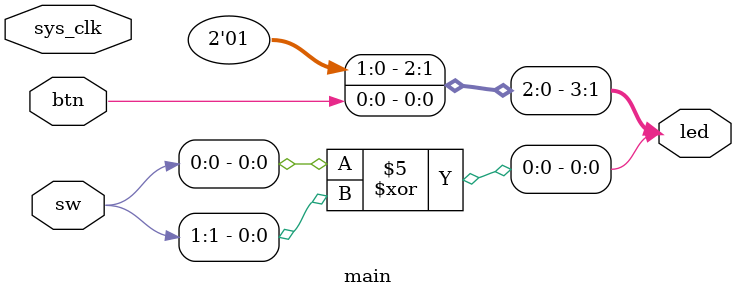
<source format=v>
module main(
	    input 	 sys_clk,
	    input [3:0]  sw,
	    input [3:0]  btn,
	    output [3:0] led
	    );
   
   // reset pulse on startup
   reg [3:0] 	   reset_cnt = 0;
   wire 	   resetn = &reset_cnt;
   always @(posedge sys_clk)
     if (!resetn)
       reset_cnt <= reset_cnt + 1;
   
   assign led[3:2] = 3'b01;
   assign led[1] = btn[0];
   xor(led[0], sw[0], sw[1]);
endmodule

</source>
